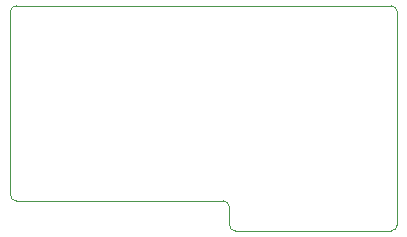
<source format=gm1>
G04 #@! TF.GenerationSoftware,KiCad,Pcbnew,6.0.11-2627ca5db0~126~ubuntu22.04.1*
G04 #@! TF.CreationDate,2023-02-09T23:48:25+01:00*
G04 #@! TF.ProjectId,PDLeech,50444c65-6563-4682-9e6b-696361645f70,rev?*
G04 #@! TF.SameCoordinates,Original*
G04 #@! TF.FileFunction,Profile,NP*
%FSLAX46Y46*%
G04 Gerber Fmt 4.6, Leading zero omitted, Abs format (unit mm)*
G04 Created by KiCad (PCBNEW 6.0.11-2627ca5db0~126~ubuntu22.04.1) date 2023-02-09 23:48:25*
%MOMM*%
%LPD*%
G01*
G04 APERTURE LIST*
G04 #@! TA.AperFunction,Profile*
%ADD10C,0.100000*%
G04 #@! TD*
G04 APERTURE END LIST*
D10*
X164592000Y-76962000D02*
G75*
G03*
X165100000Y-76454000I0J508000D01*
G01*
X132842000Y-57912000D02*
G75*
G03*
X132334000Y-58420000I0J-508000D01*
G01*
X132334000Y-73914000D02*
G75*
G03*
X132842000Y-74422000I508000J0D01*
G01*
X165100000Y-58420000D02*
X165100000Y-76454000D01*
X132842000Y-57912000D02*
X164592000Y-57912000D01*
X132842000Y-74422000D02*
X150368000Y-74422000D01*
X150876000Y-76454000D02*
G75*
G03*
X151384000Y-76962000I508000J0D01*
G01*
X165100000Y-58420000D02*
G75*
G03*
X164592000Y-57912000I-508000J0D01*
G01*
X164592000Y-76962000D02*
X151384000Y-76962000D01*
X132334000Y-73914000D02*
X132334000Y-58420000D01*
X150876000Y-74930000D02*
G75*
G03*
X150368000Y-74422000I-508000J0D01*
G01*
X150876000Y-76454000D02*
X150876000Y-74930000D01*
M02*

</source>
